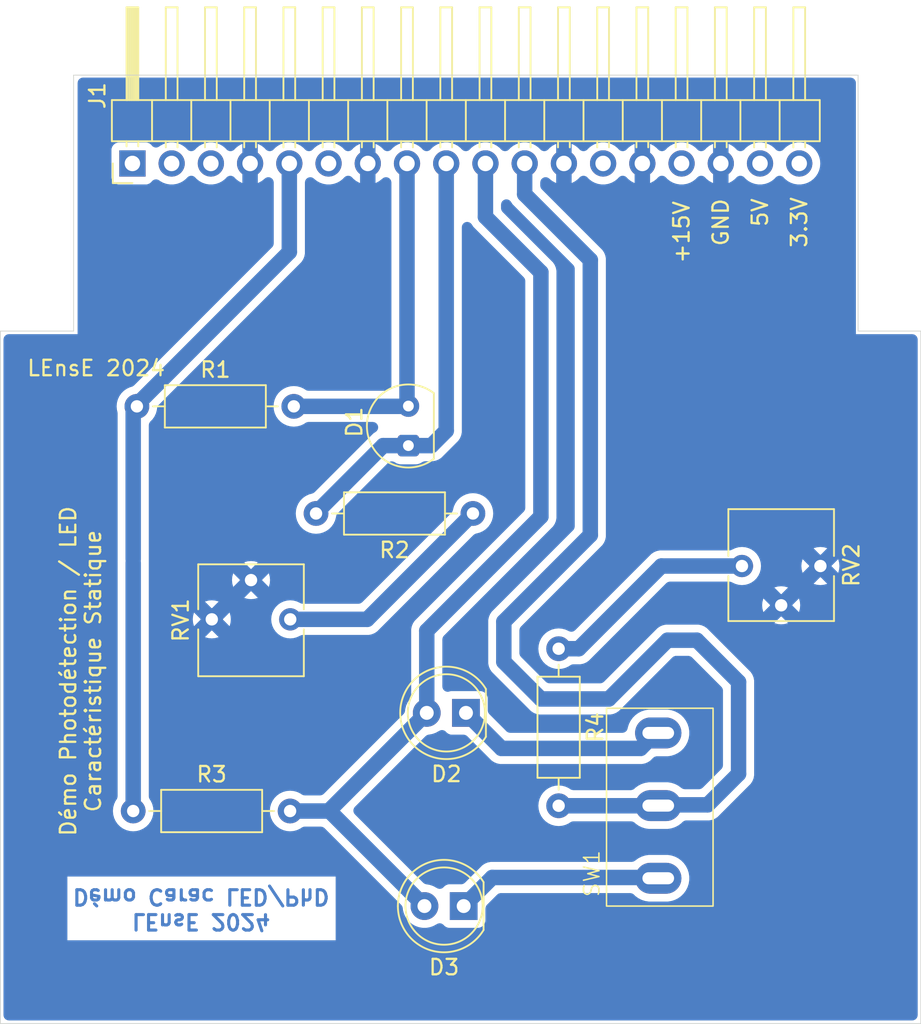
<source format=kicad_pcb>
(kicad_pcb (version 20240108) (generator "pcbnew") (generator_version "8.0")
  (layers (0 "F.Cu" signal) (31 "B.Cu" signal) (34 "B.Paste" user) (35 "F.Paste" user) (36 "B.SilkS" user "B.Silkscreen") (37 "F.SilkS" user "F.Silkscreen") (38 "B.Mask" user) (39 "F.Mask" user) (44 "Edge.Cuts" user))
  (net 0 "")
  (net 1 "Net-(D2-K)")
  (net 2 "Net-(D3-K)")
  (net 3 "OUT4")
  (net 4 "5V")
  (net 5 "3.3V")
  (net 9 "Net-(R2-Pad1)")
  (net 10 "OUT1")
  (net 11 "OUT2")
  (net 12 "OUT3")
  (net 13 "GND")
  (net 14 "IN2")
  (net 15 "IN1")
  (net 16 "-15V")
  (net 17 "+15V")
  (net 18 "Net-(R4-Pad1)")
  (footprint "Connector_PinHeader_2.54mm:PinHeader_1x18_P2.54mm_Horizontal" (layer "F.Cu") (at 184.15 46.355 90)
    (property "Reference" "J1" (at 4.385 -2.27 90) (layer "F.SilkS"))
    (property "Value" "FromAlimBoard")
    (fp_line (start 4.1 -1.33) (end 1.44 -1.33) (stroke (width 0.12)) (layer "F.SilkS"))
    (fp_line (start 1.44 -1.33) (end 1.44 44.51) (stroke (width 0.12)) (layer "F.SilkS"))
    (fp_line (start -1.27 -1.27) (end 0 -1.27) (stroke (width 0.12)) (layer "F.SilkS"))
    (fp_line (start 10.1 -0.38) (end 10.1 0.38) (stroke (width 0.12)) (layer "F.SilkS"))
    (fp_line (start 4.1 -0.38) (end 10.1 -0.38) (stroke (width 0.12)) (layer "F.SilkS"))
    (fp_line (start 1.11 -0.38) (end 1.44 -0.38) (stroke (width 0.12)) (layer "F.SilkS"))
    (fp_line (start 4.1 -0.32) (end 10.1 -0.32) (stroke (width 0.12)) (layer "F.SilkS"))
    (fp_line (start 4.1 -0.2) (end 10.1 -0.2) (stroke (width 0.12)) (layer "F.SilkS"))
    (fp_line (start 4.1 -0.08) (end 10.1 -0.08) (stroke (width 0.12)) (layer "F.SilkS"))
    (fp_line (start -1.27 0) (end -1.27 -1.27) (stroke (width 0.12)) (layer "F.SilkS"))
    (fp_line (start 4.1 0.04) (end 10.1 0.04) (stroke (width 0.12)) (layer "F.SilkS"))
    (fp_line (start 4.1 0.16) (end 10.1 0.16) (stroke (width 0.12)) (layer "F.SilkS"))
    (fp_line (start 4.1 0.28) (end 10.1 0.28) (stroke (width 0.12)) (layer "F.SilkS"))
    (fp_line (start 10.1 0.38) (end 4.1 0.38) (stroke (width 0.12)) (layer "F.SilkS"))
    (fp_line (start 1.11 0.38) (end 1.44 0.38) (stroke (width 0.12)) (layer "F.SilkS"))
    (fp_line (start 1.44 1.27) (end 4.1 1.27) (stroke (width 0.12)) (layer "F.SilkS"))
    (fp_line (start 10.1 2.16) (end 10.1 2.92) (stroke (width 0.12)) (layer "F.SilkS"))
    (fp_line (start 4.1 2.16) (end 10.1 2.16) (stroke (width 0.12)) (layer "F.SilkS"))
    (fp_line (start 1.042929 2.16) (end 1.44 2.16) (stroke (width 0.12)) (layer "F.SilkS"))
    (fp_line (start 10.1 2.92) (end 4.1 2.92) (stroke (width 0.12)) (layer "F.SilkS"))
    (fp_line (start 1.042929 2.92) (end 1.44 2.92) (stroke (width 0.12)) (layer "F.SilkS"))
    (fp_line (start 1.44 3.81) (end 4.1 3.81) (stroke (width 0.12)) (layer "F.SilkS"))
    (fp_line (start 10.1 4.7) (end 10.1 5.46) (stroke (width 0.12)) (layer "F.SilkS"))
    (fp_line (start 4.1 4.7) (end 10.1 4.7) (stroke (width 0.12)) (layer "F.SilkS"))
    (fp_line (start 1.042929 4.7) (end 1.44 4.7) (stroke (width 0.12)) (layer "F.SilkS"))
    (fp_line (start 10.1 5.46) (end 4.1 5.46) (stroke (width 0.12)) (layer "F.SilkS"))
    (fp_line (start 1.042929 5.46) (end 1.44 5.46) (stroke (width 0.12)) (layer "F.SilkS"))
    (fp_line (start 1.44 6.35) (end 4.1 6.35) (stroke (width 0.12)) (layer "F.SilkS"))
    (fp_line (start 10.1 7.24) (end 10.1 8) (stroke (width 0.12)) (layer "F.SilkS"))
    (fp_line (start 4.1 7.24) (end 10.1 7.24) (stroke (width 0.12)) (layer "F.SilkS"))
    (fp_line (start 1.042929 7.24) (end 1.44 7.24) (stroke (width 0.12)) (layer "F.SilkS"))
    (fp_line (start 10.1 8) (end 4.1 8) (stroke (width 0.12)) (layer "F.SilkS"))
    (fp_line (start 1.042929 8) (end 1.44 8) (stroke (width 0.12)) (layer "F.SilkS"))
    (fp_line (start 1.44 8.89) (end 4.1 8.89) (stroke (width 0.12)) (layer "F.SilkS"))
    (fp_line (start 10.1 9.78) (end 10.1 10.54) (stroke (width 0.12)) (layer "F.SilkS"))
    (fp_line (start 4.1 9.78) (end 10.1 9.78) (stroke (width 0.12)) (layer "F.SilkS"))
    (fp_line (start 1.042929 9.78) (end 1.44 9.78) (stroke (width 0.12)) (layer "F.SilkS"))
    (fp_line (start 10.1 10.54) (end 4.1 10.54) (stroke (width 0.12)) (layer "F.SilkS"))
    (fp_line (start 1.042929 10.54) (end 1.44 10.54) (stroke (width 0.12)) (layer "F.SilkS"))
    (fp_line (start 1.44 11.43) (end 4.1 11.43) (stroke (width 0.12)) (layer "F.SilkS"))
    (fp_line (start 10.1 12.32) (end 10.1 13.08) (stroke (width 0.12)) (layer "F.SilkS"))
    (fp_line (start 4.1 12.32) (end 10.1 12.32) (stroke (width 0.12)) (layer "F.SilkS"))
    (fp_line (start 1.042929 12.32) (end 1.44 12.32) (stroke (width 0.12)) (layer "F.SilkS"))
    (fp_line (start 10.1 13.08) (end 4.1 13.08) (stroke (width 0.12)) (layer "F.SilkS"))
    (fp_line (start 1.042929 13.08) (end 1.44 13.08) (stroke (width 0.12)) (layer "F.SilkS"))
    (fp_line (start 1.44 13.97) (end 4.1 13.97) (stroke (width 0.12)) (layer "F.SilkS"))
    (fp_line (start 10.1 14.86) (end 10.1 15.62) (stroke (width 0.12)) (layer "F.SilkS"))
    (fp_line (start 4.1 14.86) (end 10.1 14.86) (stroke (width 0.12)) (layer "F.SilkS"))
    (fp_line (start 1.042929 14.86) (end 1.44 14.86) (stroke (width 0.12)) (layer "F.SilkS"))
    (fp_line (start 10.1 15.62) (end 4.1 15.62) (stroke (width 0.12)) (layer "F.SilkS"))
    (fp_line (start 1.042929 15.62) (end 1.44 15.62) (stroke (width 0.12)) (layer "F.SilkS"))
    (fp_line (start 1.44 16.51) (end 4.1 16.51) (stroke (width 0.12)) (layer "F.SilkS"))
    (fp_line (start 10.1 17.4) (end 10.1 18.16) (stroke (width 0.12)) (layer "F.SilkS"))
    (fp_line (start 4.1 17.4) (end 10.1 17.4) (stroke (width 0.12)) (layer "F.SilkS"))
    (fp_line (start 1.042929 17.4) (end 1.44 17.4) (stroke (width 0.12)) (layer "F.SilkS"))
    (fp_line (start 10.1 18.16) (end 4.1 18.16) (stroke (width 0.12)) (layer "F.SilkS"))
    (fp_line (start 1.042929 18.16) (end 1.44 18.16) (stroke (width 0.12)) (layer "F.SilkS"))
    (fp_line (start 1.44 19.05) (end 4.1 19.05) (stroke (width 0.12)) (layer "F.SilkS"))
    (fp_line (start 10.1 19.94) (end 10.1 20.7) (stroke (width 0.12)) (layer "F.SilkS"))
    (fp_line (start 4.1 19.94) (end 10.1 19.94) (stroke (width 0.12)) (layer "F.SilkS"))
    (fp_line (start 1.042929 19.94) (end 1.44 19.94) (stroke (width 0.12)) (layer "F.SilkS"))
    (fp_line (start 10.1 20.7) (end 4.1 20.7) (stroke (width 0.12)) (layer "F.SilkS"))
    (fp_line (start 1.042929 20.7) (end 1.44 20.7) (stroke (width 0.12)) (layer "F.SilkS"))
    (fp_line (start 1.44 21.59) (end 4.1 21.59) (stroke (width 0.12)) (layer "F.SilkS"))
    (fp_line (start 10.1 22.48) (end 10.1 23.24) (stroke (width 0.12)) (layer "F.SilkS"))
    (fp_line (start 4.1 22.48) (end 10.1 22.48) (stroke (width 0.12)) (layer "F.SilkS"))
    (fp_line (start 1.042929 22.48) (end 1.44 22.48) (stroke (width 0.12)) (layer "F.SilkS"))
    (fp_line (start 10.1 23.24) (end 4.1 23.24) (stroke (width 0.12)) (layer "F.SilkS"))
    (fp_line (start 1.042929 23.24) (end 1.44 23.24) (stroke (width 0.12)) (layer "F.SilkS"))
    (fp_line (start 1.44 24.13) (end 4.1 24.13) (stroke (width 0.12)) (layer "F.SilkS"))
    (fp_line (start 10.1 25.02) (end 10.1 25.78) (stroke (width 0.12)) (layer "F.SilkS"))
    (fp_line (start 4.1 25.02) (end 10.1 25.02) (stroke (width 0.12)) (layer "F.SilkS"))
    (fp_line (start 1.042929 25.02) (end 1.44 25.02) (stroke (width 0.12)) (layer "F.SilkS"))
    (fp_line (start 10.1 25.78) (end 4.1 25.78) (stroke (width 0.12)) (layer "F.SilkS"))
    (fp_line (start 1.042929 25.78) (end 1.44 25.78) (stroke (width 0.12)) (layer "F.SilkS"))
    (fp_line (start 1.44 26.67) (end 4.1 26.67) (stroke (width 0.12)) (layer "F.SilkS"))
    (fp_line (start 10.1 27.56) (end 10.1 28.32) (stroke (width 0.12)) (layer "F.SilkS"))
    (fp_line (start 4.1 27.56) (end 10.1 27.56) (stroke (width 0.12)) (layer "F.SilkS"))
    (fp_line (start 1.042929 27.56) (end 1.44 27.56) (stroke (width 0.12)) (layer "F.SilkS"))
    (fp_line (start 10.1 28.32) (end 4.1 28.32) (stroke (width 0.12)) (layer "F.SilkS"))
    (fp_line (start 1.042929 28.32) (end 1.44 28.32) (stroke (width 0.12)) (layer "F.SilkS"))
    (fp_line (start 1.44 29.21) (end 4.1 29.21) (stroke (width 0.12)) (layer "F.SilkS"))
    (fp_line (start 10.1 30.1) (end 10.1 30.86) (stroke (width 0.12)) (layer "F.SilkS"))
    (fp_line (start 4.1 30.1) (end 10.1 30.1) (stroke (width 0.12)) (layer "F.SilkS"))
    (fp_line (start 1.042929 30.1) (end 1.44 30.1) (stroke (width 0.12)) (layer "F.SilkS"))
    (fp_line (start 10.1 30.86) (end 4.1 30.86) (stroke (width 0.12)) (layer "F.SilkS"))
    (fp_line (start 1.042929 30.86) (end 1.44 30.86) (stroke (width 0.12)) (layer "F.SilkS"))
    (fp_line (start 1.44 31.75) (end 4.1 31.75) (stroke (width 0.12)) (layer "F.SilkS"))
    (fp_line (start 10.1 32.64) (end 10.1 33.4) (stroke (width 0.12)) (layer "F.SilkS"))
    (fp_line (start 4.1 32.64) (end 10.1 32.64) (stroke (width 0.12)) (layer "F.SilkS"))
    (fp_line (start 1.042929 32.64) (end 1.44 32.64) (stroke (width 0.12)) (layer "F.SilkS"))
    (fp_line (start 10.1 33.4) (end 4.1 33.4) (stroke (width 0.12)) (layer "F.SilkS"))
    (fp_line (start 1.042929 33.4) (end 1.44 33.4) (stroke (width 0.12)) (layer "F.SilkS"))
    (fp_line (start 1.44 34.29) (end 4.1 34.29) (stroke (width 0.12)) (layer "F.SilkS"))
    (fp_line (start 10.1 35.18) (end 10.1 35.94) (stroke (width 0.12)) (layer "F.SilkS"))
    (fp_line (start 4.1 35.18) (end 10.1 35.18) (stroke (width 0.12)) (layer "F.SilkS"))
    (fp_line (start 1.042929 35.18) (end 1.44 35.18) (stroke (width 0.12)) (layer "F.SilkS"))
    (fp_line (start 10.1 35.94) (end 4.1 35.94) (stroke (width 0.12)) (layer "F.SilkS"))
    (fp_line (start 1.042929 35.94) (end 1.44 35.94) (stroke (width 0.12)) (layer "F.SilkS"))
    (fp_line (start 1.44 36.83) (end 4.1 36.83) (stroke (width 0.12)) (layer "F.SilkS"))
    (fp_line (start 10.1 37.72) (end 10.1 38.48) (stroke (width 0.12)) (layer "F.SilkS"))
    (fp_line (start 4.1 37.72) (end 10.1 37.72) (stroke (width 0.12)) (layer "F.SilkS"))
    (fp_line (start 1.042929 37.72) (end 1.44 37.72) (stroke (width 0.12)) (layer "F.SilkS"))
    (fp_line (start 10.1 38.48) (end 4.1 38.48) (stroke (width 0.12)) (layer "F.SilkS"))
    (fp_line (start 1.042929 38.48) (end 1.44 38.48) (stroke (width 0.12)) (layer "F.SilkS"))
    (fp_line (start 1.44 39.37) (end 4.1 39.37) (stroke (width 0.12)) (layer "F.SilkS"))
    (fp_line (start 10.1 40.26) (end 10.1 41.02) (stroke (width 0.12)) (layer "F.SilkS"))
    (fp_line (start 4.1 40.26) (end 10.1 40.26) (stroke (width 0.12)) (layer "F.SilkS"))
    (fp_line (start 1.042929 40.26) (end 1.44 40.26) (stroke (width 0.12)) (layer "F.SilkS"))
    (fp_line (start 10.1 41.02) (end 4.1 41.02) (stroke (width 0.12)) (layer "F.SilkS"))
    (fp_line (start 1.042929 41.02) (end 1.44 41.02) (stroke (width 0.12)) (layer "F.SilkS"))
    (fp_line (start 1.44 41.91) (end 4.1 41.91) (stroke (width 0.12)) (layer "F.SilkS"))
    (fp_line (start 10.1 42.8) (end 10.1 43.56) (stroke (width 0.12)) (layer "F.SilkS"))
    (fp_line (start 4.1 42.8) (end 10.1 42.8) (stroke (width 0.12)) (layer "F.SilkS"))
    (fp_line (start 1.042929 42.8) (end 1.44 42.8) (stroke (width 0.12)) (layer "F.SilkS"))
    (fp_line (start 10.1 43.56) (end 4.1 43.56) (stroke (width 0.12)) (layer "F.SilkS"))
    (fp_line (start 1.042929 43.56) (end 1.44 43.56) (stroke (width 0.12)) (layer "F.SilkS"))
    (fp_line (start 4.1 44.51) (end 4.1 -1.33) (stroke (width 0.12)) (layer "F.SilkS"))
    (fp_line (start 1.44 44.51) (end 4.1 44.51) (stroke (width 0.12)) (layer "F.SilkS"))
    (pad "1" thru_hole rect (at 0 0 90) (size 1.7 1.7) (drill 1) (layers "*.Cu" "*.Mask"))
    (pad "2" thru_hole oval (at 0 2.54 90) (size 1.7 1.7) (drill 1) (layers "*.Cu" "*.Mask"))
    (pad "3" thru_hole oval (at 0 5.08 90) (size 1.7 1.7) (drill 1) (layers "*.Cu" "*.Mask"))
    (pad "4" thru_hole oval (at 0 7.62 90) (size 1.7 1.7) (drill 1) (layers "*.Cu" "*.Mask") (net 13 "GND"))
    (pad "5" thru_hole oval (at 0 10.16 90) (size 1.7 1.7) (drill 1) (layers "*.Cu" "*.Mask") (net 15 "IN1"))
    (pad "6" thru_hole oval (at 0 12.7 90) (size 1.7 1.7) (drill 1) (layers "*.Cu" "*.Mask") (net 14 "IN2"))
    (pad "7" thru_hole oval (at 0 15.24 90) (size 1.7 1.7) (drill 1) (layers "*.Cu" "*.Mask") (net 13 "GND"))
    (pad "8" thru_hole oval (at 0 17.78 90) (size 1.7 1.7) (drill 1) (layers "*.Cu" "*.Mask") (net 10 "OUT1"))
    (pad "9" thru_hole oval (at 0 20.32 90) (size 1.7 1.7) (drill 1) (layers "*.Cu" "*.Mask") (net 11 "OUT2"))
    (pad "10" thru_hole oval (at 0 22.86 90) (size 1.7 1.7) (drill 1) (layers "*.Cu" "*.Mask") (net 12 "OUT3"))
    (pad "11" thru_hole oval (at 0 25.4 90) (size 1.7 1.7) (drill 1) (layers "*.Cu" "*.Mask") (net 3 "OUT4"))
    (pad "12" thru_hole oval (at 0 27.94 90) (size 1.7 1.7) (drill 1) (layers "*.Cu" "*.Mask") (net 13 "GND"))
    (pad "13" thru_hole oval (at 0 30.48 90) (size 1.7 1.7) (drill 1) (layers "*.Cu" "*.Mask") (net 16 "-15V"))
    (pad "14" thru_hole oval (at 0 33.02 90) (size 1.7 1.7) (drill 1) (layers "*.Cu" "*.Mask") (net 13 "GND"))
    (pad "15" thru_hole oval (at 0 35.56 90) (size 1.7 1.7) (drill 1) (layers "*.Cu" "*.Mask") (net 17 "+15V"))
    (pad "16" thru_hole oval (at 0 38.1 90) (size 1.7 1.7) (drill 1) (layers "*.Cu" "*.Mask") (net 13 "GND"))
    (pad "17" thru_hole oval (at 0 40.64 90) (size 1.7 1.7) (drill 1) (layers "*.Cu" "*.Mask") (net 4 "5V"))
    (pad "18" thru_hole oval (at 0 43.18 90) (size 1.7 1.7) (drill 1) (layers "*.Cu" "*.Mask") (net 5 "3.3V"))
  )
  (footprint "Resistor_THT:R_Axial_DIN0207_L6.3mm_D2.5mm_P10.16mm_Horizontal" (layer "F.Cu") (at 211.75 77.75 -90)
    (property "Reference" "R4" (at 5.08 -2.37 90) (layer "F.SilkS"))
    (property "Value" "1")
    (fp_line (start 1.81 1.37) (end 8.35 1.37) (stroke (width 0.12)) (layer "F.SilkS"))
    (fp_line (start 8.35 1.37) (end 8.35 -1.37) (stroke (width 0.12)) (layer "F.SilkS"))
    (fp_line (start 1.04 0) (end 1.81 0) (stroke (width 0.12)) (layer "F.SilkS"))
    (fp_line (start 9.12 0) (end 8.35 0) (stroke (width 0.12)) (layer "F.SilkS"))
    (fp_line (start 1.81 -1.37) (end 1.81 1.37) (stroke (width 0.12)) (layer "F.SilkS"))
    (fp_line (start 8.35 -1.37) (end 1.81 -1.37) (stroke (width 0.12)) (layer "F.SilkS"))
    (pad "1" thru_hole circle (at 0 0 270) (size 1.6 1.6) (drill 0.8) (layers "*.Cu" "*.Mask") (net 18 "Net-(R4-Pad1)"))
    (pad "2" thru_hole oval (at 10.16 0 270) (size 1.6 1.6) (drill 0.8) (layers "*.Cu" "*.Mask") (net 3 "OUT4"))
  )
  (footprint "Potentiometer_THT:Potentiometer_Vishay_T73YP_Vertical" (layer "F.Cu") (at 223.62 72.4 -90)
    (property "Reference" "RV2" (at -0.06 -7.09 90) (layer "F.SilkS"))
    (property "Value" "100")
    (fp_line (start -3.68 0.88) (end -0.65 0.88) (stroke (width 0.12)) (layer "F.SilkS"))
    (fp_line (start 0.65 0.88) (end 3.56 0.88) (stroke (width 0.12)) (layer "F.SilkS"))
    (fp_line (start -3.68 -5.96) (end -3.68 0.88) (stroke (width 0.12)) (layer "F.SilkS"))
    (fp_line (start -3.68 -5.96) (end -0.65 -5.96) (stroke (width 0.12)) (layer "F.SilkS"))
    (fp_line (start 0.65 -5.96) (end 3.56 -5.96) (stroke (width 0.12)) (layer "F.SilkS"))
    (fp_line (start 3.56 -5.96) (end 3.56 0.88) (stroke (width 0.12)) (layer "F.SilkS"))
    (pad "1" thru_hole circle (at 0 0 270) (size 1.44 1.44) (drill 0.8) (layers "*.Cu" "*.Mask") (net 18 "Net-(R4-Pad1)"))
    (pad "2" thru_hole circle (at 2.54 -2.54 270) (size 1.44 1.44) (drill 0.8) (layers "*.Cu" "*.Mask") (net 13 "GND"))
    (pad "3" thru_hole circle (at 0 -5.08 270) (size 1.44 1.44) (drill 0.8) (layers "*.Cu" "*.Mask") (net 13 "GND"))
  )
  (footprint "Resistor_THT:R_Axial_DIN0207_L6.3mm_D2.5mm_P10.16mm_Horizontal" (layer "F.Cu") (at 206.2 69 180)
    (property "Reference" "R2" (at 5.08 -2.37 180) (layer "F.SilkS"))
    (property "Value" "1")
    (fp_line (start 9.12 0) (end 8.35 0) (stroke (width 0.12)) (layer "F.SilkS"))
    (fp_line (start 8.35 1.37) (end 8.35 -1.37) (stroke (width 0.12)) (layer "F.SilkS"))
    (fp_line (start 8.35 -1.37) (end 1.81 -1.37) (stroke (width 0.12)) (layer "F.SilkS"))
    (fp_line (start 1.81 1.37) (end 8.35 1.37) (stroke (width 0.12)) (layer "F.SilkS"))
    (fp_line (start 1.81 -1.37) (end 1.81 1.37) (stroke (width 0.12)) (layer "F.SilkS"))
    (fp_line (start 1.04 0) (end 1.81 0) (stroke (width 0.12)) (layer "F.SilkS"))
    (pad "1" thru_hole circle (at 0 0 180) (size 1.6 1.6) (drill 0.8) (layers "*.Cu" "*.Mask") (net 9 "Net-(R2-Pad1)"))
    (pad "2" thru_hole oval (at 10.16 0 180) (size 1.6 1.6) (drill 0.8) (layers "*.Cu" "*.Mask") (net 11 "OUT2"))
  )
  (footprint "OptoDevice:Osram_SFH205" (layer "F.Cu") (at 202.02 64.61 90)
    (property "Reference" "D1" (at 1.52 -3.5 270) (layer "F.SilkS"))
    (property "Value" "D_Photo")
    (fp_line (start -0.85 1.65) (end 3.4 1.65) (stroke (width 0.12)) (layer "F.SilkS"))
    (fp_arc (start -0.85 1.65) (mid 1.266938 -2.686427) (end 3.393756 1.645163) (stroke (width 0.12)) (layer "F.SilkS"))
    (pad "1" thru_hole roundrect (at 0 0 90) (size 1.4 1.4) (drill 0.7) (layers "*.Cu" "*.Mask") (roundrect_rratio 0.178) (net 11 "OUT2"))
    (pad "2" thru_hole circle (at 2.56 0 90) (size 1.4 1.4) (drill 0.7) (layers "*.Cu" "*.Mask") (net 10 "OUT1"))
  )
  (footprint "LED_THT:LED_D5.0mm_Clear" (layer "F.Cu") (at 205.75 81.9 180)
    (property "Reference" "D2" (at 1.27 -3.96 180) (layer "F.SilkS"))
    (property "Value" "LED_R")
    (fp_line (start -1.29 -1.545) (end -1.29 1.545) (stroke (width 0.12)) (layer "F.SilkS"))
    (fp_arc (start 4.26 -0.000462) (mid 2.072002 2.880433) (end -1.29 1.54483) (stroke (width 0.12)) (layer "F.SilkS"))
    (fp_arc (start -1.29 -1.54483) (mid 2.072002 -2.880433) (end 4.26 0.000462) (stroke (width 0.12)) (layer "F.SilkS"))
    (fp_circle (center 1.27 0) (end 3.77 0) (stroke (width 0.12)) (fill none) (layer "F.SilkS"))
    (pad "1" thru_hole rect (at 0 0 180) (size 1.8 1.8) (drill 0.9) (layers "*.Cu" "*.Mask") (net 1 "Net-(D2-K)"))
    (pad "2" thru_hole circle (at 2.54 0 180) (size 1.8 1.8) (drill 0.9) (layers "*.Cu" "*.Mask") (net 12 "OUT3"))
  )
  (footprint "LEnsE_devices:Inter_SPDT" (layer "F.Cu") (at 221.2 87.9 90)
    (property "Reference" "SW1" (at -4.4 -7.3 90) (layer "F.SilkS") (effects (font (thickness 0.1))))
    (property "Value" "SW_SPDT")
    (fp_rect (start -6.5 -6.35) (end 6.3 0.55) (stroke (width 0.1)) (fill none) (layer "F.SilkS"))
    (pad "1" thru_hole oval (at -4.7 -3 90) (size 2 3) (drill oval 0.78 2.05) (layers "*.Cu" "*.Mask") (net 2 "Net-(D3-K)"))
    (pad "2" thru_hole oval (at 0 -3 90) (size 2 3) (drill oval 0.78 2.05) (layers "*.Cu" "*.Mask") (net 3 "OUT4"))
    (pad "3" thru_hole oval (at 4.7 -3 90) (size 2 3) (drill oval 0.78 2.05) (layers "*.Cu" "*.Mask") (net 1 "Net-(D2-K)"))
  )
  (footprint "Potentiometer_THT:Potentiometer_Vishay_T73YP_Vertical" (layer "F.Cu") (at 194.37 75.85 90)
    (property "Reference" "RV1" (at -0.06 -7.09 270) (layer "F.SilkS"))
    (property "Value" "100")
    (fp_line (start 3.56 -5.96) (end 3.56 0.88) (stroke (width 0.12)) (layer "F.SilkS"))
    (fp_line (start 0.65 -5.96) (end 3.56 -5.96) (stroke (width 0.12)) (layer "F.SilkS"))
    (fp_line (start -3.68 -5.96) (end -0.65 -5.96) (stroke (width 0.12)) (layer "F.SilkS"))
    (fp_line (start -3.68 -5.96) (end -3.68 0.88) (stroke (width 0.12)) (layer "F.SilkS"))
    (fp_line (start 0.65 0.88) (end 3.56 0.88) (stroke (width 0.12)) (layer "F.SilkS"))
    (fp_line (start -3.68 0.88) (end -0.65 0.88) (stroke (width 0.12)) (layer "F.SilkS"))
    (pad "1" thru_hole circle (at 0 0 90) (size 1.44 1.44) (drill 0.8) (layers "*.Cu" "*.Mask") (net 9 "Net-(R2-Pad1)"))
    (pad "2" thru_hole circle (at 2.54 -2.54 90) (size 1.44 1.44) (drill 0.8) (layers "*.Cu" "*.Mask") (net 13 "GND"))
    (pad "3" thru_hole circle (at 0 -5.08 90) (size 1.44 1.44) (drill 0.8) (layers "*.Cu" "*.Mask") (net 13 "GND"))
  )
  (footprint "Resistor_THT:R_Axial_DIN0207_L6.3mm_D2.5mm_P10.16mm_Horizontal" (layer "F.Cu") (at 184.44 62.07)
    (property "Reference" "R1" (at 5.08 -2.37 360) (layer "F.SilkS"))
    (property "Value" "270")
    (fp_line (start 1.04 0) (end 1.81 0) (stroke (width 0.12)) (layer "F.SilkS"))
    (fp_line (start 1.81 -1.37) (end 1.81 1.37) (stroke (width 0.12)) (layer "F.SilkS"))
    (fp_line (start 1.81 1.37) (end 8.35 1.37) (stroke (width 0.12)) (layer "F.SilkS"))
    (fp_line (start 8.35 -1.37) (end 1.81 -1.37) (stroke (width 0.12)) (layer "F.SilkS"))
    (fp_line (start 8.35 1.37) (end 8.35 -1.37) (stroke (width 0.12)) (layer "F.SilkS"))
    (fp_line (start 9.12 0) (end 8.35 0) (stroke (width 0.12)) (layer "F.SilkS"))
    (pad "1" thru_hole circle (at 0 0) (size 1.6 1.6) (drill 0.8) (layers "*.Cu" "*.Mask") (net 15 "IN1"))
    (pad "2" thru_hole oval (at 10.16 0) (size 1.6 1.6) (drill 0.8) (layers "*.Cu" "*.Mask") (net 10 "OUT1"))
  )
  (footprint "LED_THT:LED_D5.0mm_Clear" (layer "F.Cu") (at 205.6 94.4 180)
    (property "Reference" "D3" (at 1.27 -3.96 180) (layer "F.SilkS"))
    (property "Value" "LED_V")
    (fp_line (start -1.29 -1.545) (end -1.29 1.545) (stroke (width 0.12)) (layer "F.SilkS"))
    (fp_arc (start 4.26 -0.000462) (mid 2.072002 2.880433) (end -1.29 1.54483) (stroke (width 0.12)) (layer "F.SilkS"))
    (fp_arc (start -1.29 -1.54483) (mid 2.072002 -2.880433) (end 4.26 0.000462) (stroke (width 0.12)) (layer "F.SilkS"))
    (fp_circle (center 1.27 0) (end 3.77 0) (stroke (width 0.12)) (fill none) (layer "F.SilkS"))
    (pad "1" thru_hole rect (at 0 0 180) (size 1.8 1.8) (drill 0.9) (layers "*.Cu" "*.Mask") (net 2 "Net-(D3-K)"))
    (pad "2" thru_hole circle (at 2.54 0 180) (size 1.8 1.8) (drill 0.9) (layers "*.Cu" "*.Mask") (net 12 "OUT3"))
  )
  (footprint "Resistor_THT:R_Axial_DIN0207_L6.3mm_D2.5mm_P10.16mm_Horizontal" (layer "F.Cu") (at 184.2 88.25)
    (property "Reference" "R3" (at 5.08 -2.37 360) (layer "F.SilkS"))
    (property "Value" "270")
    (fp_line (start 1.04 0) (end 1.81 0) (stroke (width 0.12)) (layer "F.SilkS"))
    (fp_line (start 1.81 -1.37) (end 1.81 1.37) (stroke (width 0.12)) (layer "F.SilkS"))
    (fp_line (start 1.81 1.37) (end 8.35 1.37) (stroke (width 0.12)) (layer "F.SilkS"))
    (fp_line (start 8.35 -1.37) (end 1.81 -1.37) (stroke (width 0.12)) (layer "F.SilkS"))
    (fp_line (start 8.35 1.37) (end 8.35 -1.37) (stroke (width 0.12)) (layer "F.SilkS"))
    (fp_line (start 9.12 0) (end 8.35 0) (stroke (width 0.12)) (layer "F.SilkS"))
    (pad "1" thru_hole circle (at 0 0) (size 1.6 1.6) (drill 0.8) (layers "*.Cu" "*.Mask") (net 15 "IN1"))
    (pad "2" thru_hole oval (at 10.16 0) (size 1.6 1.6) (drill 0.8) (layers "*.Cu" "*.Mask") (net 12 "OUT3"))
  )
  (gr_line (start 180.34 40.64) (end 231.14 40.64) (stroke (width 0.05)) (layer "Edge.Cuts"))
  (gr_line (start 235.2 102) (end 175.6 102) (stroke (width 0.05)) (layer "Edge.Cuts"))
  (gr_line (start 231.14 57.2) (end 235.2 57.2) (stroke (width 0.05)) (layer "Edge.Cuts"))
  (gr_line (start 180.34 40.64) (end 180.34 57.2) (stroke (width 0.05)) (layer "Edge.Cuts"))
  (gr_line (start 231.14 40.64) (end 231.14 57.2) (stroke (width 0.05)) (layer "Edge.Cuts"))
  (gr_line (start 175.6 102) (end 175.6 57.2) (stroke (width 0.05)) (layer "Edge.Cuts"))
  (gr_line (start 180.34 57.2) (end 175.6 57.2) (stroke (width 0.05)) (layer "Edge.Cuts"))
  (gr_line (start 235.2 57.2) (end 235.2 102) (stroke (width 0.05)) (layer "Edge.Cuts"))
  (gr_text "LEnsE 2024\nDémo Carac LED/PhD" (at 188.6 94.6 180) (layer "B.Cu") (effects (font (size 1 1) (thickness 0.2) (bold yes)) (justify mirror)))
  (gr_text "+15V" (at 219.71 50.8 90) (layer "F.SilkS") (effects (font (size 1 1))))
  (gr_text "3.3V" (at 227.33 50.165 90) (layer "F.SilkS") (effects (font (size 1 1))))
  (gr_text "Démo Photodétection / LED\nCaractéristique Statique" (at 180.8 79.2 90) (layer "F.SilkS") (effects (font (size 1 1))))
  (gr_text "LEnsE 2024" (at 181.8 59.6 0) (layer "F.SilkS") (effects (font (size 1 1))))
  (gr_text "GND" (at 222.25 50.165 90) (layer "F.SilkS") (effects (font (size 1 1))))
  (gr_text "5V" (at 224.79 49.53 90) (layer "F.SilkS") (effects (font (size 1 1))))
  (segment (start 218.1 83.15) (end 217.05 84.2) (width 1) (layer "B.Cu") (net 1))
  (segment (start 217.05 84.2) (end 208.05 84.2) (width 1) (layer "B.Cu") (net 1))
  (segment (start 208.05 84.2) (end 205.75 81.9) (width 1) (layer "B.Cu") (net 1))
  (segment (start 218.1 92.55) (end 207.45 92.55) (width 1) (layer "B.Cu") (net 2))
  (segment (start 205.6 94.4) (end 207.45 92.55) (width 1) (layer "B.Cu") (net 2))
  (segment (start 208.2 78.6) (end 208.2 76) (width 1) (layer "B.Cu") (net 3))
  (segment (start 215 81) (end 210.6 81) (width 1) (layer "B.Cu") (net 3))
  (segment (start 223.4 85.85) (end 223.4 79.9) (width 1) (layer "B.Cu") (net 3))
  (segment (start 209.55 48.35) (end 209.55 46.355) (width 1) (layer "B.Cu") (net 3))
  (segment (start 218.1 87.85) (end 221.4 87.85) (width 1) (layer "B.Cu") (net 3))
  (segment (start 223.4 79.9) (end 220.7 77.2) (width 1) (layer "B.Cu") (net 3))
  (segment (start 210.6 81) (end 208.2 78.6) (width 1) (layer "B.Cu") (net 3))
  (segment (start 208.2 76) (end 213.8 70.4) (width 1) (layer "B.Cu") (net 3))
  (segment (start 213.8 52.6) (end 209.55 48.35) (width 1) (layer "B.Cu") (net 3))
  (segment (start 211.75 87.91) (end 218.04 87.91) (width 1) (layer "B.Cu") (net 3))
  (segment (start 220.7 77.2) (end 218.8 77.2) (width 1) (layer "B.Cu") (net 3))
  (segment (start 218.04 87.91) (end 218.1 87.85) (width 1) (layer "B.Cu") (net 3))
  (segment (start 213.8 70.4) (end 213.8 52.6) (width 1) (layer "B.Cu") (net 3))
  (segment (start 221.4 87.85) (end 223.4 85.85) (width 1) (layer "B.Cu") (net 3))
  (segment (start 218.8 77.2) (end 215 81) (width 1) (layer "B.Cu") (net 3))
  (segment (start 199.35 75.85) (end 206.2 69) (width 1) (layer "B.Cu") (net 9))
  (segment (start 194.37 75.85) (end 199.35 75.85) (width 1) (layer "B.Cu") (net 9))
  (segment (start 206.2 69) (end 206.2 68.92) (width 1) (layer "B.Cu") (net 9))
  (segment (start 201.93 46.355) (end 201.93 61.96) (width 1) (layer "B.Cu") (net 10))
  (segment (start 202.05 61.94) (end 201.92 62.07) (width 1) (layer "B.Cu") (net 10))
  (segment (start 201.92 62.07) (end 194.6 62.07) (width 1) (layer "B.Cu") (net 10))
  (segment (start 201.93 61.96) (end 202.02 62.05) (width 1) (layer "B.Cu") (net 10))
  (segment (start 204.47 46.355) (end 204.47 63.65) (width 1) (layer "B.Cu") (net 11))
  (segment (start 203.51 64.61) (end 202.02 64.61) (width 1) (layer "B.Cu") (net 11))
  (segment (start 204.47 63.65) (end 203.51 64.61) (width 1) (layer "B.Cu") (net 11))
  (segment (start 200.39 64.61) (end 196.04 68.96) (width 1) (layer "B.Cu") (net 11))
  (segment (start 202.02 64.61) (end 200.39 64.61) (width 1) (layer "B.Cu") (net 11))
  (segment (start 196.04 68.96) (end 196.04 69) (width 1) (layer "B.Cu") (net 11))
  (segment (start 196.86 88.25) (end 203.21 81.9) (width 1) (layer "B.Cu") (net 12))
  (segment (start 207.01 49.81) (end 207.01 46.355) (width 1) (layer "B.Cu") (net 12))
  (segment (start 203.21 76.59) (end 210.6 69.2) (width 1) (layer "B.Cu") (net 12))
  (segment (start 196.86 88.25) (end 196.91 88.25) (width 1) (layer "B.Cu") (net 12))
  (segment (start 210.6 53.4) (end 207.01 49.81) (width 1) (layer "B.Cu") (net 12))
  (segment (start 203.21 81.9) (end 203.21 76.59) (width 1) (layer "B.Cu") (net 12))
  (segment (start 194.58 88.25) (end 196.86 88.25) (width 1) (layer "B.Cu") (net 12))
  (segment (start 196.91 88.25) (end 203.06 94.4) (width 1) (layer "B.Cu") (net 12))
  (segment (start 210.6 69.2) (end 210.6 53.4) (width 1) (layer "B.Cu") (net 12))
  (segment (start 184.44 62.07) (end 184.42 62.05) (width 1) (layer "B.Cu") (net 15))
  (segment (start 184.2 71.95) (end 184.2 62.2) (width 1) (layer "B.Cu") (net 15))
  (segment (start 184.2 62.2) (end 194.31 52.09) (width 1) (layer "B.Cu") (net 15))
  (segment (start 184.2 72.19) (end 184.2 88.25) (width 1) (layer "B.Cu") (net 15))
  (segment (start 194.31 52.09) (end 194.31 46.355) (width 1) (layer "B.Cu") (net 15))
  (segment (start 211.75 77.75) (end 213.05 77.75) (width 1) (layer "B.Cu") (net 18))
  (segment (start 213.05 77.75) (end 218.4 72.4) (width 1) (layer "B.Cu") (net 18))
  (segment (start 218.4 72.4) (end 223.62 72.4) (width 1) (layer "B.Cu") (net 18))
  (zone (net 13) (net_name "GND") (layer "B.Cu") (connect_pads (clearance 0.508)) (min_thickness 0.7) (fill yes (thermal_gap 0.508) (thermal_bridge_width 1))
    (polygon (pts (xy 231 57.4) (xy 235 57.4) (xy 235 101.8) (xy 175.8 101.8) (xy 175.8 57.4) (xy 180.6 57.4) (xy 180.6 40.8) (xy 231 40.8)))
  )
)
</source>
